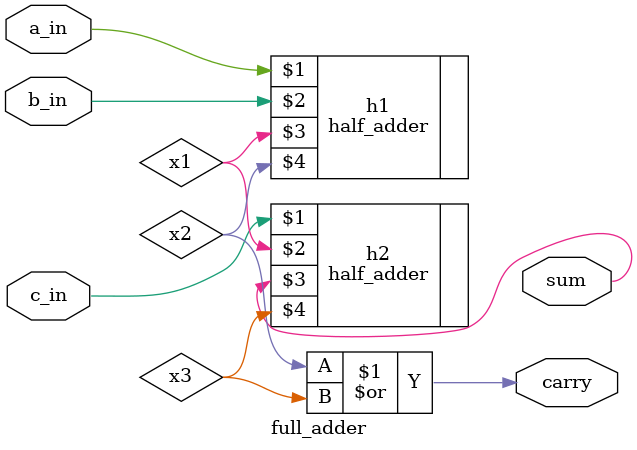
<source format=v>
`timescale 1ns / 1ps


module full_adder( input a_in,
                   input b_in,
                   input c_in,
                   output sum,
                   output carry
                   );
 
 wire x1;
 wire x2;
 wire x3;
                
 /*assign x1 = a_in ^ b_in;
 assign sum = x1 ^ c_in;
 assign x2 = a_in && b_in;
 assign x3 = c_in && x1;
 assign carry = x2 || x3;*/
 
 half_adder h1(a_in,b_in,x1,x2);
 half_adder h2(c_in,x1,sum,x3);
 or (carry,x2,x3);               
                   
endmodule

</source>
